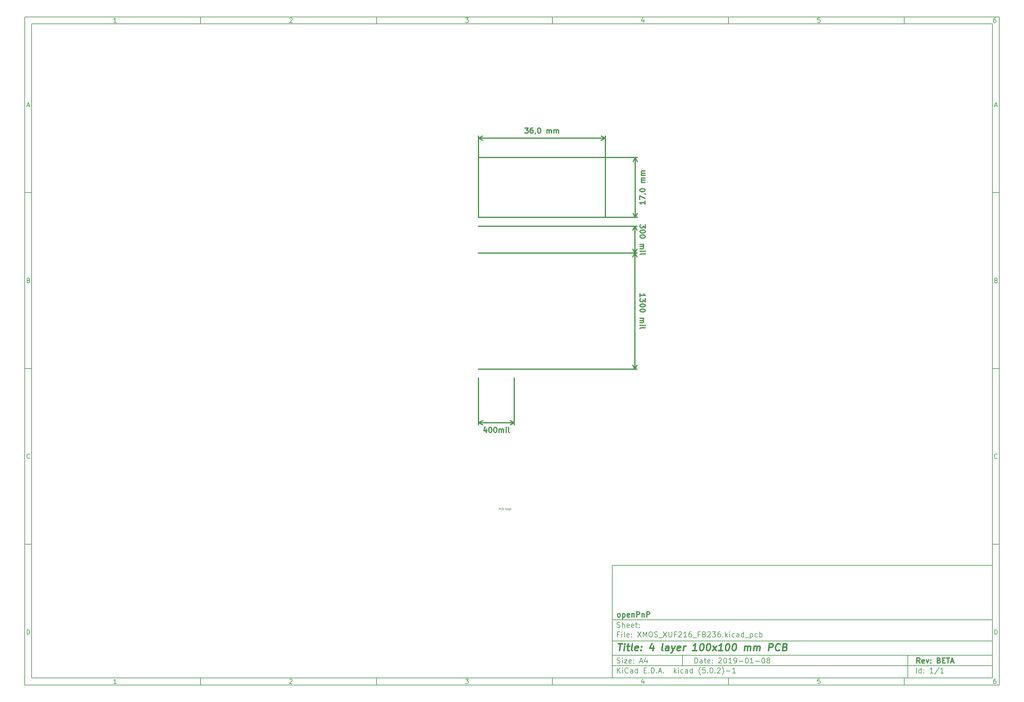
<source format=gbr>
G04 #@! TF.GenerationSoftware,KiCad,Pcbnew,(5.0.2)-1*
G04 #@! TF.CreationDate,2019-01-08T06:01:03+01:00*
G04 #@! TF.ProjectId,XMOS_XUF216_FB236,584d4f53-5f58-4554-9632-31365f464232,BETA*
G04 #@! TF.SameCoordinates,Original*
G04 #@! TF.FileFunction,Drawing*
%FSLAX46Y46*%
G04 Gerber Fmt 4.6, Leading zero omitted, Abs format (unit mm)*
G04 Created by KiCad (PCBNEW (5.0.2)-1) date 2019-01-08 06:01:03*
%MOMM*%
%LPD*%
G01*
G04 APERTURE LIST*
%ADD10C,0.100000*%
%ADD11C,0.150000*%
%ADD12C,0.300000*%
%ADD13C,0.400000*%
%ADD14C,0.080000*%
G04 APERTURE END LIST*
D10*
D11*
X177002200Y-166007200D02*
X177002200Y-198007200D01*
X285002200Y-198007200D01*
X285002200Y-166007200D01*
X177002200Y-166007200D01*
D10*
D11*
X10000000Y-10000000D02*
X10000000Y-200007200D01*
X287002200Y-200007200D01*
X287002200Y-10000000D01*
X10000000Y-10000000D01*
D10*
D11*
X12000000Y-12000000D02*
X12000000Y-198007200D01*
X285002200Y-198007200D01*
X285002200Y-12000000D01*
X12000000Y-12000000D01*
D10*
D11*
X60000000Y-12000000D02*
X60000000Y-10000000D01*
D10*
D11*
X110000000Y-12000000D02*
X110000000Y-10000000D01*
D10*
D11*
X160000000Y-12000000D02*
X160000000Y-10000000D01*
D10*
D11*
X210000000Y-12000000D02*
X210000000Y-10000000D01*
D10*
D11*
X260000000Y-12000000D02*
X260000000Y-10000000D01*
D10*
D11*
X36065476Y-11588095D02*
X35322619Y-11588095D01*
X35694047Y-11588095D02*
X35694047Y-10288095D01*
X35570238Y-10473809D01*
X35446428Y-10597619D01*
X35322619Y-10659523D01*
D10*
D11*
X85322619Y-10411904D02*
X85384523Y-10350000D01*
X85508333Y-10288095D01*
X85817857Y-10288095D01*
X85941666Y-10350000D01*
X86003571Y-10411904D01*
X86065476Y-10535714D01*
X86065476Y-10659523D01*
X86003571Y-10845238D01*
X85260714Y-11588095D01*
X86065476Y-11588095D01*
D10*
D11*
X135260714Y-10288095D02*
X136065476Y-10288095D01*
X135632142Y-10783333D01*
X135817857Y-10783333D01*
X135941666Y-10845238D01*
X136003571Y-10907142D01*
X136065476Y-11030952D01*
X136065476Y-11340476D01*
X136003571Y-11464285D01*
X135941666Y-11526190D01*
X135817857Y-11588095D01*
X135446428Y-11588095D01*
X135322619Y-11526190D01*
X135260714Y-11464285D01*
D10*
D11*
X185941666Y-10721428D02*
X185941666Y-11588095D01*
X185632142Y-10226190D02*
X185322619Y-11154761D01*
X186127380Y-11154761D01*
D10*
D11*
X236003571Y-10288095D02*
X235384523Y-10288095D01*
X235322619Y-10907142D01*
X235384523Y-10845238D01*
X235508333Y-10783333D01*
X235817857Y-10783333D01*
X235941666Y-10845238D01*
X236003571Y-10907142D01*
X236065476Y-11030952D01*
X236065476Y-11340476D01*
X236003571Y-11464285D01*
X235941666Y-11526190D01*
X235817857Y-11588095D01*
X235508333Y-11588095D01*
X235384523Y-11526190D01*
X235322619Y-11464285D01*
D10*
D11*
X285941666Y-10288095D02*
X285694047Y-10288095D01*
X285570238Y-10350000D01*
X285508333Y-10411904D01*
X285384523Y-10597619D01*
X285322619Y-10845238D01*
X285322619Y-11340476D01*
X285384523Y-11464285D01*
X285446428Y-11526190D01*
X285570238Y-11588095D01*
X285817857Y-11588095D01*
X285941666Y-11526190D01*
X286003571Y-11464285D01*
X286065476Y-11340476D01*
X286065476Y-11030952D01*
X286003571Y-10907142D01*
X285941666Y-10845238D01*
X285817857Y-10783333D01*
X285570238Y-10783333D01*
X285446428Y-10845238D01*
X285384523Y-10907142D01*
X285322619Y-11030952D01*
D10*
D11*
X60000000Y-198007200D02*
X60000000Y-200007200D01*
D10*
D11*
X110000000Y-198007200D02*
X110000000Y-200007200D01*
D10*
D11*
X160000000Y-198007200D02*
X160000000Y-200007200D01*
D10*
D11*
X210000000Y-198007200D02*
X210000000Y-200007200D01*
D10*
D11*
X260000000Y-198007200D02*
X260000000Y-200007200D01*
D10*
D11*
X36065476Y-199595295D02*
X35322619Y-199595295D01*
X35694047Y-199595295D02*
X35694047Y-198295295D01*
X35570238Y-198481009D01*
X35446428Y-198604819D01*
X35322619Y-198666723D01*
D10*
D11*
X85322619Y-198419104D02*
X85384523Y-198357200D01*
X85508333Y-198295295D01*
X85817857Y-198295295D01*
X85941666Y-198357200D01*
X86003571Y-198419104D01*
X86065476Y-198542914D01*
X86065476Y-198666723D01*
X86003571Y-198852438D01*
X85260714Y-199595295D01*
X86065476Y-199595295D01*
D10*
D11*
X135260714Y-198295295D02*
X136065476Y-198295295D01*
X135632142Y-198790533D01*
X135817857Y-198790533D01*
X135941666Y-198852438D01*
X136003571Y-198914342D01*
X136065476Y-199038152D01*
X136065476Y-199347676D01*
X136003571Y-199471485D01*
X135941666Y-199533390D01*
X135817857Y-199595295D01*
X135446428Y-199595295D01*
X135322619Y-199533390D01*
X135260714Y-199471485D01*
D10*
D11*
X185941666Y-198728628D02*
X185941666Y-199595295D01*
X185632142Y-198233390D02*
X185322619Y-199161961D01*
X186127380Y-199161961D01*
D10*
D11*
X236003571Y-198295295D02*
X235384523Y-198295295D01*
X235322619Y-198914342D01*
X235384523Y-198852438D01*
X235508333Y-198790533D01*
X235817857Y-198790533D01*
X235941666Y-198852438D01*
X236003571Y-198914342D01*
X236065476Y-199038152D01*
X236065476Y-199347676D01*
X236003571Y-199471485D01*
X235941666Y-199533390D01*
X235817857Y-199595295D01*
X235508333Y-199595295D01*
X235384523Y-199533390D01*
X235322619Y-199471485D01*
D10*
D11*
X285941666Y-198295295D02*
X285694047Y-198295295D01*
X285570238Y-198357200D01*
X285508333Y-198419104D01*
X285384523Y-198604819D01*
X285322619Y-198852438D01*
X285322619Y-199347676D01*
X285384523Y-199471485D01*
X285446428Y-199533390D01*
X285570238Y-199595295D01*
X285817857Y-199595295D01*
X285941666Y-199533390D01*
X286003571Y-199471485D01*
X286065476Y-199347676D01*
X286065476Y-199038152D01*
X286003571Y-198914342D01*
X285941666Y-198852438D01*
X285817857Y-198790533D01*
X285570238Y-198790533D01*
X285446428Y-198852438D01*
X285384523Y-198914342D01*
X285322619Y-199038152D01*
D10*
D11*
X10000000Y-60000000D02*
X12000000Y-60000000D01*
D10*
D11*
X10000000Y-110000000D02*
X12000000Y-110000000D01*
D10*
D11*
X10000000Y-160000000D02*
X12000000Y-160000000D01*
D10*
D11*
X10690476Y-35216666D02*
X11309523Y-35216666D01*
X10566666Y-35588095D02*
X11000000Y-34288095D01*
X11433333Y-35588095D01*
D10*
D11*
X11092857Y-84907142D02*
X11278571Y-84969047D01*
X11340476Y-85030952D01*
X11402380Y-85154761D01*
X11402380Y-85340476D01*
X11340476Y-85464285D01*
X11278571Y-85526190D01*
X11154761Y-85588095D01*
X10659523Y-85588095D01*
X10659523Y-84288095D01*
X11092857Y-84288095D01*
X11216666Y-84350000D01*
X11278571Y-84411904D01*
X11340476Y-84535714D01*
X11340476Y-84659523D01*
X11278571Y-84783333D01*
X11216666Y-84845238D01*
X11092857Y-84907142D01*
X10659523Y-84907142D01*
D10*
D11*
X11402380Y-135464285D02*
X11340476Y-135526190D01*
X11154761Y-135588095D01*
X11030952Y-135588095D01*
X10845238Y-135526190D01*
X10721428Y-135402380D01*
X10659523Y-135278571D01*
X10597619Y-135030952D01*
X10597619Y-134845238D01*
X10659523Y-134597619D01*
X10721428Y-134473809D01*
X10845238Y-134350000D01*
X11030952Y-134288095D01*
X11154761Y-134288095D01*
X11340476Y-134350000D01*
X11402380Y-134411904D01*
D10*
D11*
X10659523Y-185588095D02*
X10659523Y-184288095D01*
X10969047Y-184288095D01*
X11154761Y-184350000D01*
X11278571Y-184473809D01*
X11340476Y-184597619D01*
X11402380Y-184845238D01*
X11402380Y-185030952D01*
X11340476Y-185278571D01*
X11278571Y-185402380D01*
X11154761Y-185526190D01*
X10969047Y-185588095D01*
X10659523Y-185588095D01*
D10*
D11*
X287002200Y-60000000D02*
X285002200Y-60000000D01*
D10*
D11*
X287002200Y-110000000D02*
X285002200Y-110000000D01*
D10*
D11*
X287002200Y-160000000D02*
X285002200Y-160000000D01*
D10*
D11*
X285692676Y-35216666D02*
X286311723Y-35216666D01*
X285568866Y-35588095D02*
X286002200Y-34288095D01*
X286435533Y-35588095D01*
D10*
D11*
X286095057Y-84907142D02*
X286280771Y-84969047D01*
X286342676Y-85030952D01*
X286404580Y-85154761D01*
X286404580Y-85340476D01*
X286342676Y-85464285D01*
X286280771Y-85526190D01*
X286156961Y-85588095D01*
X285661723Y-85588095D01*
X285661723Y-84288095D01*
X286095057Y-84288095D01*
X286218866Y-84350000D01*
X286280771Y-84411904D01*
X286342676Y-84535714D01*
X286342676Y-84659523D01*
X286280771Y-84783333D01*
X286218866Y-84845238D01*
X286095057Y-84907142D01*
X285661723Y-84907142D01*
D10*
D11*
X286404580Y-135464285D02*
X286342676Y-135526190D01*
X286156961Y-135588095D01*
X286033152Y-135588095D01*
X285847438Y-135526190D01*
X285723628Y-135402380D01*
X285661723Y-135278571D01*
X285599819Y-135030952D01*
X285599819Y-134845238D01*
X285661723Y-134597619D01*
X285723628Y-134473809D01*
X285847438Y-134350000D01*
X286033152Y-134288095D01*
X286156961Y-134288095D01*
X286342676Y-134350000D01*
X286404580Y-134411904D01*
D10*
D11*
X285661723Y-185588095D02*
X285661723Y-184288095D01*
X285971247Y-184288095D01*
X286156961Y-184350000D01*
X286280771Y-184473809D01*
X286342676Y-184597619D01*
X286404580Y-184845238D01*
X286404580Y-185030952D01*
X286342676Y-185278571D01*
X286280771Y-185402380D01*
X286156961Y-185526190D01*
X285971247Y-185588095D01*
X285661723Y-185588095D01*
D10*
D11*
X200434342Y-193785771D02*
X200434342Y-192285771D01*
X200791485Y-192285771D01*
X201005771Y-192357200D01*
X201148628Y-192500057D01*
X201220057Y-192642914D01*
X201291485Y-192928628D01*
X201291485Y-193142914D01*
X201220057Y-193428628D01*
X201148628Y-193571485D01*
X201005771Y-193714342D01*
X200791485Y-193785771D01*
X200434342Y-193785771D01*
X202577200Y-193785771D02*
X202577200Y-193000057D01*
X202505771Y-192857200D01*
X202362914Y-192785771D01*
X202077200Y-192785771D01*
X201934342Y-192857200D01*
X202577200Y-193714342D02*
X202434342Y-193785771D01*
X202077200Y-193785771D01*
X201934342Y-193714342D01*
X201862914Y-193571485D01*
X201862914Y-193428628D01*
X201934342Y-193285771D01*
X202077200Y-193214342D01*
X202434342Y-193214342D01*
X202577200Y-193142914D01*
X203077200Y-192785771D02*
X203648628Y-192785771D01*
X203291485Y-192285771D02*
X203291485Y-193571485D01*
X203362914Y-193714342D01*
X203505771Y-193785771D01*
X203648628Y-193785771D01*
X204720057Y-193714342D02*
X204577200Y-193785771D01*
X204291485Y-193785771D01*
X204148628Y-193714342D01*
X204077200Y-193571485D01*
X204077200Y-193000057D01*
X204148628Y-192857200D01*
X204291485Y-192785771D01*
X204577200Y-192785771D01*
X204720057Y-192857200D01*
X204791485Y-193000057D01*
X204791485Y-193142914D01*
X204077200Y-193285771D01*
X205434342Y-193642914D02*
X205505771Y-193714342D01*
X205434342Y-193785771D01*
X205362914Y-193714342D01*
X205434342Y-193642914D01*
X205434342Y-193785771D01*
X205434342Y-192857200D02*
X205505771Y-192928628D01*
X205434342Y-193000057D01*
X205362914Y-192928628D01*
X205434342Y-192857200D01*
X205434342Y-193000057D01*
X207220057Y-192428628D02*
X207291485Y-192357200D01*
X207434342Y-192285771D01*
X207791485Y-192285771D01*
X207934342Y-192357200D01*
X208005771Y-192428628D01*
X208077200Y-192571485D01*
X208077200Y-192714342D01*
X208005771Y-192928628D01*
X207148628Y-193785771D01*
X208077200Y-193785771D01*
X209005771Y-192285771D02*
X209148628Y-192285771D01*
X209291485Y-192357200D01*
X209362914Y-192428628D01*
X209434342Y-192571485D01*
X209505771Y-192857200D01*
X209505771Y-193214342D01*
X209434342Y-193500057D01*
X209362914Y-193642914D01*
X209291485Y-193714342D01*
X209148628Y-193785771D01*
X209005771Y-193785771D01*
X208862914Y-193714342D01*
X208791485Y-193642914D01*
X208720057Y-193500057D01*
X208648628Y-193214342D01*
X208648628Y-192857200D01*
X208720057Y-192571485D01*
X208791485Y-192428628D01*
X208862914Y-192357200D01*
X209005771Y-192285771D01*
X210934342Y-193785771D02*
X210077200Y-193785771D01*
X210505771Y-193785771D02*
X210505771Y-192285771D01*
X210362914Y-192500057D01*
X210220057Y-192642914D01*
X210077200Y-192714342D01*
X211648628Y-193785771D02*
X211934342Y-193785771D01*
X212077200Y-193714342D01*
X212148628Y-193642914D01*
X212291485Y-193428628D01*
X212362914Y-193142914D01*
X212362914Y-192571485D01*
X212291485Y-192428628D01*
X212220057Y-192357200D01*
X212077200Y-192285771D01*
X211791485Y-192285771D01*
X211648628Y-192357200D01*
X211577200Y-192428628D01*
X211505771Y-192571485D01*
X211505771Y-192928628D01*
X211577200Y-193071485D01*
X211648628Y-193142914D01*
X211791485Y-193214342D01*
X212077200Y-193214342D01*
X212220057Y-193142914D01*
X212291485Y-193071485D01*
X212362914Y-192928628D01*
X213005771Y-193214342D02*
X214148628Y-193214342D01*
X215148628Y-192285771D02*
X215291485Y-192285771D01*
X215434342Y-192357200D01*
X215505771Y-192428628D01*
X215577200Y-192571485D01*
X215648628Y-192857200D01*
X215648628Y-193214342D01*
X215577200Y-193500057D01*
X215505771Y-193642914D01*
X215434342Y-193714342D01*
X215291485Y-193785771D01*
X215148628Y-193785771D01*
X215005771Y-193714342D01*
X214934342Y-193642914D01*
X214862914Y-193500057D01*
X214791485Y-193214342D01*
X214791485Y-192857200D01*
X214862914Y-192571485D01*
X214934342Y-192428628D01*
X215005771Y-192357200D01*
X215148628Y-192285771D01*
X217077200Y-193785771D02*
X216220057Y-193785771D01*
X216648628Y-193785771D02*
X216648628Y-192285771D01*
X216505771Y-192500057D01*
X216362914Y-192642914D01*
X216220057Y-192714342D01*
X217720057Y-193214342D02*
X218862914Y-193214342D01*
X219862914Y-192285771D02*
X220005771Y-192285771D01*
X220148628Y-192357200D01*
X220220057Y-192428628D01*
X220291485Y-192571485D01*
X220362914Y-192857200D01*
X220362914Y-193214342D01*
X220291485Y-193500057D01*
X220220057Y-193642914D01*
X220148628Y-193714342D01*
X220005771Y-193785771D01*
X219862914Y-193785771D01*
X219720057Y-193714342D01*
X219648628Y-193642914D01*
X219577200Y-193500057D01*
X219505771Y-193214342D01*
X219505771Y-192857200D01*
X219577200Y-192571485D01*
X219648628Y-192428628D01*
X219720057Y-192357200D01*
X219862914Y-192285771D01*
X221220057Y-192928628D02*
X221077200Y-192857200D01*
X221005771Y-192785771D01*
X220934342Y-192642914D01*
X220934342Y-192571485D01*
X221005771Y-192428628D01*
X221077200Y-192357200D01*
X221220057Y-192285771D01*
X221505771Y-192285771D01*
X221648628Y-192357200D01*
X221720057Y-192428628D01*
X221791485Y-192571485D01*
X221791485Y-192642914D01*
X221720057Y-192785771D01*
X221648628Y-192857200D01*
X221505771Y-192928628D01*
X221220057Y-192928628D01*
X221077200Y-193000057D01*
X221005771Y-193071485D01*
X220934342Y-193214342D01*
X220934342Y-193500057D01*
X221005771Y-193642914D01*
X221077200Y-193714342D01*
X221220057Y-193785771D01*
X221505771Y-193785771D01*
X221648628Y-193714342D01*
X221720057Y-193642914D01*
X221791485Y-193500057D01*
X221791485Y-193214342D01*
X221720057Y-193071485D01*
X221648628Y-193000057D01*
X221505771Y-192928628D01*
D10*
D11*
X177002200Y-194507200D02*
X285002200Y-194507200D01*
D10*
D11*
X178434342Y-196585771D02*
X178434342Y-195085771D01*
X179291485Y-196585771D02*
X178648628Y-195728628D01*
X179291485Y-195085771D02*
X178434342Y-195942914D01*
X179934342Y-196585771D02*
X179934342Y-195585771D01*
X179934342Y-195085771D02*
X179862914Y-195157200D01*
X179934342Y-195228628D01*
X180005771Y-195157200D01*
X179934342Y-195085771D01*
X179934342Y-195228628D01*
X181505771Y-196442914D02*
X181434342Y-196514342D01*
X181220057Y-196585771D01*
X181077200Y-196585771D01*
X180862914Y-196514342D01*
X180720057Y-196371485D01*
X180648628Y-196228628D01*
X180577200Y-195942914D01*
X180577200Y-195728628D01*
X180648628Y-195442914D01*
X180720057Y-195300057D01*
X180862914Y-195157200D01*
X181077200Y-195085771D01*
X181220057Y-195085771D01*
X181434342Y-195157200D01*
X181505771Y-195228628D01*
X182791485Y-196585771D02*
X182791485Y-195800057D01*
X182720057Y-195657200D01*
X182577200Y-195585771D01*
X182291485Y-195585771D01*
X182148628Y-195657200D01*
X182791485Y-196514342D02*
X182648628Y-196585771D01*
X182291485Y-196585771D01*
X182148628Y-196514342D01*
X182077200Y-196371485D01*
X182077200Y-196228628D01*
X182148628Y-196085771D01*
X182291485Y-196014342D01*
X182648628Y-196014342D01*
X182791485Y-195942914D01*
X184148628Y-196585771D02*
X184148628Y-195085771D01*
X184148628Y-196514342D02*
X184005771Y-196585771D01*
X183720057Y-196585771D01*
X183577200Y-196514342D01*
X183505771Y-196442914D01*
X183434342Y-196300057D01*
X183434342Y-195871485D01*
X183505771Y-195728628D01*
X183577200Y-195657200D01*
X183720057Y-195585771D01*
X184005771Y-195585771D01*
X184148628Y-195657200D01*
X186005771Y-195800057D02*
X186505771Y-195800057D01*
X186720057Y-196585771D02*
X186005771Y-196585771D01*
X186005771Y-195085771D01*
X186720057Y-195085771D01*
X187362914Y-196442914D02*
X187434342Y-196514342D01*
X187362914Y-196585771D01*
X187291485Y-196514342D01*
X187362914Y-196442914D01*
X187362914Y-196585771D01*
X188077200Y-196585771D02*
X188077200Y-195085771D01*
X188434342Y-195085771D01*
X188648628Y-195157200D01*
X188791485Y-195300057D01*
X188862914Y-195442914D01*
X188934342Y-195728628D01*
X188934342Y-195942914D01*
X188862914Y-196228628D01*
X188791485Y-196371485D01*
X188648628Y-196514342D01*
X188434342Y-196585771D01*
X188077200Y-196585771D01*
X189577200Y-196442914D02*
X189648628Y-196514342D01*
X189577200Y-196585771D01*
X189505771Y-196514342D01*
X189577200Y-196442914D01*
X189577200Y-196585771D01*
X190220057Y-196157200D02*
X190934342Y-196157200D01*
X190077200Y-196585771D02*
X190577200Y-195085771D01*
X191077200Y-196585771D01*
X191577200Y-196442914D02*
X191648628Y-196514342D01*
X191577200Y-196585771D01*
X191505771Y-196514342D01*
X191577200Y-196442914D01*
X191577200Y-196585771D01*
X194577200Y-196585771D02*
X194577200Y-195085771D01*
X194720057Y-196014342D02*
X195148628Y-196585771D01*
X195148628Y-195585771D02*
X194577200Y-196157200D01*
X195791485Y-196585771D02*
X195791485Y-195585771D01*
X195791485Y-195085771D02*
X195720057Y-195157200D01*
X195791485Y-195228628D01*
X195862914Y-195157200D01*
X195791485Y-195085771D01*
X195791485Y-195228628D01*
X197148628Y-196514342D02*
X197005771Y-196585771D01*
X196720057Y-196585771D01*
X196577200Y-196514342D01*
X196505771Y-196442914D01*
X196434342Y-196300057D01*
X196434342Y-195871485D01*
X196505771Y-195728628D01*
X196577200Y-195657200D01*
X196720057Y-195585771D01*
X197005771Y-195585771D01*
X197148628Y-195657200D01*
X198434342Y-196585771D02*
X198434342Y-195800057D01*
X198362914Y-195657200D01*
X198220057Y-195585771D01*
X197934342Y-195585771D01*
X197791485Y-195657200D01*
X198434342Y-196514342D02*
X198291485Y-196585771D01*
X197934342Y-196585771D01*
X197791485Y-196514342D01*
X197720057Y-196371485D01*
X197720057Y-196228628D01*
X197791485Y-196085771D01*
X197934342Y-196014342D01*
X198291485Y-196014342D01*
X198434342Y-195942914D01*
X199791485Y-196585771D02*
X199791485Y-195085771D01*
X199791485Y-196514342D02*
X199648628Y-196585771D01*
X199362914Y-196585771D01*
X199220057Y-196514342D01*
X199148628Y-196442914D01*
X199077200Y-196300057D01*
X199077200Y-195871485D01*
X199148628Y-195728628D01*
X199220057Y-195657200D01*
X199362914Y-195585771D01*
X199648628Y-195585771D01*
X199791485Y-195657200D01*
X202077200Y-197157200D02*
X202005771Y-197085771D01*
X201862914Y-196871485D01*
X201791485Y-196728628D01*
X201720057Y-196514342D01*
X201648628Y-196157200D01*
X201648628Y-195871485D01*
X201720057Y-195514342D01*
X201791485Y-195300057D01*
X201862914Y-195157200D01*
X202005771Y-194942914D01*
X202077200Y-194871485D01*
X203362914Y-195085771D02*
X202648628Y-195085771D01*
X202577200Y-195800057D01*
X202648628Y-195728628D01*
X202791485Y-195657200D01*
X203148628Y-195657200D01*
X203291485Y-195728628D01*
X203362914Y-195800057D01*
X203434342Y-195942914D01*
X203434342Y-196300057D01*
X203362914Y-196442914D01*
X203291485Y-196514342D01*
X203148628Y-196585771D01*
X202791485Y-196585771D01*
X202648628Y-196514342D01*
X202577200Y-196442914D01*
X204077200Y-196442914D02*
X204148628Y-196514342D01*
X204077200Y-196585771D01*
X204005771Y-196514342D01*
X204077200Y-196442914D01*
X204077200Y-196585771D01*
X205077200Y-195085771D02*
X205220057Y-195085771D01*
X205362914Y-195157200D01*
X205434342Y-195228628D01*
X205505771Y-195371485D01*
X205577200Y-195657200D01*
X205577200Y-196014342D01*
X205505771Y-196300057D01*
X205434342Y-196442914D01*
X205362914Y-196514342D01*
X205220057Y-196585771D01*
X205077200Y-196585771D01*
X204934342Y-196514342D01*
X204862914Y-196442914D01*
X204791485Y-196300057D01*
X204720057Y-196014342D01*
X204720057Y-195657200D01*
X204791485Y-195371485D01*
X204862914Y-195228628D01*
X204934342Y-195157200D01*
X205077200Y-195085771D01*
X206220057Y-196442914D02*
X206291485Y-196514342D01*
X206220057Y-196585771D01*
X206148628Y-196514342D01*
X206220057Y-196442914D01*
X206220057Y-196585771D01*
X206862914Y-195228628D02*
X206934342Y-195157200D01*
X207077200Y-195085771D01*
X207434342Y-195085771D01*
X207577200Y-195157200D01*
X207648628Y-195228628D01*
X207720057Y-195371485D01*
X207720057Y-195514342D01*
X207648628Y-195728628D01*
X206791485Y-196585771D01*
X207720057Y-196585771D01*
X208220057Y-197157200D02*
X208291485Y-197085771D01*
X208434342Y-196871485D01*
X208505771Y-196728628D01*
X208577200Y-196514342D01*
X208648628Y-196157200D01*
X208648628Y-195871485D01*
X208577200Y-195514342D01*
X208505771Y-195300057D01*
X208434342Y-195157200D01*
X208291485Y-194942914D01*
X208220057Y-194871485D01*
X209362914Y-196014342D02*
X210505771Y-196014342D01*
X212005771Y-196585771D02*
X211148628Y-196585771D01*
X211577200Y-196585771D02*
X211577200Y-195085771D01*
X211434342Y-195300057D01*
X211291485Y-195442914D01*
X211148628Y-195514342D01*
D10*
D11*
X177002200Y-191507200D02*
X285002200Y-191507200D01*
D10*
D12*
X264411485Y-193785771D02*
X263911485Y-193071485D01*
X263554342Y-193785771D02*
X263554342Y-192285771D01*
X264125771Y-192285771D01*
X264268628Y-192357200D01*
X264340057Y-192428628D01*
X264411485Y-192571485D01*
X264411485Y-192785771D01*
X264340057Y-192928628D01*
X264268628Y-193000057D01*
X264125771Y-193071485D01*
X263554342Y-193071485D01*
X265625771Y-193714342D02*
X265482914Y-193785771D01*
X265197200Y-193785771D01*
X265054342Y-193714342D01*
X264982914Y-193571485D01*
X264982914Y-193000057D01*
X265054342Y-192857200D01*
X265197200Y-192785771D01*
X265482914Y-192785771D01*
X265625771Y-192857200D01*
X265697200Y-193000057D01*
X265697200Y-193142914D01*
X264982914Y-193285771D01*
X266197200Y-192785771D02*
X266554342Y-193785771D01*
X266911485Y-192785771D01*
X267482914Y-193642914D02*
X267554342Y-193714342D01*
X267482914Y-193785771D01*
X267411485Y-193714342D01*
X267482914Y-193642914D01*
X267482914Y-193785771D01*
X267482914Y-192857200D02*
X267554342Y-192928628D01*
X267482914Y-193000057D01*
X267411485Y-192928628D01*
X267482914Y-192857200D01*
X267482914Y-193000057D01*
X269840057Y-193000057D02*
X270054342Y-193071485D01*
X270125771Y-193142914D01*
X270197200Y-193285771D01*
X270197200Y-193500057D01*
X270125771Y-193642914D01*
X270054342Y-193714342D01*
X269911485Y-193785771D01*
X269340057Y-193785771D01*
X269340057Y-192285771D01*
X269840057Y-192285771D01*
X269982914Y-192357200D01*
X270054342Y-192428628D01*
X270125771Y-192571485D01*
X270125771Y-192714342D01*
X270054342Y-192857200D01*
X269982914Y-192928628D01*
X269840057Y-193000057D01*
X269340057Y-193000057D01*
X270840057Y-193000057D02*
X271340057Y-193000057D01*
X271554342Y-193785771D02*
X270840057Y-193785771D01*
X270840057Y-192285771D01*
X271554342Y-192285771D01*
X271982914Y-192285771D02*
X272840057Y-192285771D01*
X272411485Y-193785771D02*
X272411485Y-192285771D01*
X273268628Y-193357200D02*
X273982914Y-193357200D01*
X273125771Y-193785771D02*
X273625771Y-192285771D01*
X274125771Y-193785771D01*
D10*
D11*
X178362914Y-193714342D02*
X178577200Y-193785771D01*
X178934342Y-193785771D01*
X179077200Y-193714342D01*
X179148628Y-193642914D01*
X179220057Y-193500057D01*
X179220057Y-193357200D01*
X179148628Y-193214342D01*
X179077200Y-193142914D01*
X178934342Y-193071485D01*
X178648628Y-193000057D01*
X178505771Y-192928628D01*
X178434342Y-192857200D01*
X178362914Y-192714342D01*
X178362914Y-192571485D01*
X178434342Y-192428628D01*
X178505771Y-192357200D01*
X178648628Y-192285771D01*
X179005771Y-192285771D01*
X179220057Y-192357200D01*
X179862914Y-193785771D02*
X179862914Y-192785771D01*
X179862914Y-192285771D02*
X179791485Y-192357200D01*
X179862914Y-192428628D01*
X179934342Y-192357200D01*
X179862914Y-192285771D01*
X179862914Y-192428628D01*
X180434342Y-192785771D02*
X181220057Y-192785771D01*
X180434342Y-193785771D01*
X181220057Y-193785771D01*
X182362914Y-193714342D02*
X182220057Y-193785771D01*
X181934342Y-193785771D01*
X181791485Y-193714342D01*
X181720057Y-193571485D01*
X181720057Y-193000057D01*
X181791485Y-192857200D01*
X181934342Y-192785771D01*
X182220057Y-192785771D01*
X182362914Y-192857200D01*
X182434342Y-193000057D01*
X182434342Y-193142914D01*
X181720057Y-193285771D01*
X183077200Y-193642914D02*
X183148628Y-193714342D01*
X183077200Y-193785771D01*
X183005771Y-193714342D01*
X183077200Y-193642914D01*
X183077200Y-193785771D01*
X183077200Y-192857200D02*
X183148628Y-192928628D01*
X183077200Y-193000057D01*
X183005771Y-192928628D01*
X183077200Y-192857200D01*
X183077200Y-193000057D01*
X184862914Y-193357200D02*
X185577200Y-193357200D01*
X184720057Y-193785771D02*
X185220057Y-192285771D01*
X185720057Y-193785771D01*
X186862914Y-192785771D02*
X186862914Y-193785771D01*
X186505771Y-192214342D02*
X186148628Y-193285771D01*
X187077200Y-193285771D01*
D10*
D11*
X263434342Y-196585771D02*
X263434342Y-195085771D01*
X264791485Y-196585771D02*
X264791485Y-195085771D01*
X264791485Y-196514342D02*
X264648628Y-196585771D01*
X264362914Y-196585771D01*
X264220057Y-196514342D01*
X264148628Y-196442914D01*
X264077200Y-196300057D01*
X264077200Y-195871485D01*
X264148628Y-195728628D01*
X264220057Y-195657200D01*
X264362914Y-195585771D01*
X264648628Y-195585771D01*
X264791485Y-195657200D01*
X265505771Y-196442914D02*
X265577200Y-196514342D01*
X265505771Y-196585771D01*
X265434342Y-196514342D01*
X265505771Y-196442914D01*
X265505771Y-196585771D01*
X265505771Y-195657200D02*
X265577200Y-195728628D01*
X265505771Y-195800057D01*
X265434342Y-195728628D01*
X265505771Y-195657200D01*
X265505771Y-195800057D01*
X268148628Y-196585771D02*
X267291485Y-196585771D01*
X267720057Y-196585771D02*
X267720057Y-195085771D01*
X267577200Y-195300057D01*
X267434342Y-195442914D01*
X267291485Y-195514342D01*
X269862914Y-195014342D02*
X268577200Y-196942914D01*
X271148628Y-196585771D02*
X270291485Y-196585771D01*
X270720057Y-196585771D02*
X270720057Y-195085771D01*
X270577200Y-195300057D01*
X270434342Y-195442914D01*
X270291485Y-195514342D01*
D10*
D11*
X177002200Y-187507200D02*
X285002200Y-187507200D01*
D10*
D13*
X178714580Y-188211961D02*
X179857438Y-188211961D01*
X179036009Y-190211961D02*
X179286009Y-188211961D01*
X180274104Y-190211961D02*
X180440771Y-188878628D01*
X180524104Y-188211961D02*
X180416961Y-188307200D01*
X180500295Y-188402438D01*
X180607438Y-188307200D01*
X180524104Y-188211961D01*
X180500295Y-188402438D01*
X181107438Y-188878628D02*
X181869342Y-188878628D01*
X181476485Y-188211961D02*
X181262200Y-189926247D01*
X181333628Y-190116723D01*
X181512200Y-190211961D01*
X181702676Y-190211961D01*
X182655057Y-190211961D02*
X182476485Y-190116723D01*
X182405057Y-189926247D01*
X182619342Y-188211961D01*
X184190771Y-190116723D02*
X183988390Y-190211961D01*
X183607438Y-190211961D01*
X183428866Y-190116723D01*
X183357438Y-189926247D01*
X183452676Y-189164342D01*
X183571723Y-188973866D01*
X183774104Y-188878628D01*
X184155057Y-188878628D01*
X184333628Y-188973866D01*
X184405057Y-189164342D01*
X184381247Y-189354819D01*
X183405057Y-189545295D01*
X185155057Y-190021485D02*
X185238390Y-190116723D01*
X185131247Y-190211961D01*
X185047914Y-190116723D01*
X185155057Y-190021485D01*
X185131247Y-190211961D01*
X185286009Y-188973866D02*
X185369342Y-189069104D01*
X185262200Y-189164342D01*
X185178866Y-189069104D01*
X185286009Y-188973866D01*
X185262200Y-189164342D01*
X188631247Y-188878628D02*
X188464580Y-190211961D01*
X188250295Y-188116723D02*
X187595533Y-189545295D01*
X188833628Y-189545295D01*
X191321723Y-190211961D02*
X191143152Y-190116723D01*
X191071723Y-189926247D01*
X191286009Y-188211961D01*
X192940771Y-190211961D02*
X193071723Y-189164342D01*
X193000295Y-188973866D01*
X192821723Y-188878628D01*
X192440771Y-188878628D01*
X192238390Y-188973866D01*
X192952676Y-190116723D02*
X192750295Y-190211961D01*
X192274104Y-190211961D01*
X192095533Y-190116723D01*
X192024104Y-189926247D01*
X192047914Y-189735771D01*
X192166961Y-189545295D01*
X192369342Y-189450057D01*
X192845533Y-189450057D01*
X193047914Y-189354819D01*
X193869342Y-188878628D02*
X194178866Y-190211961D01*
X194821723Y-188878628D02*
X194178866Y-190211961D01*
X193928866Y-190688152D01*
X193821723Y-190783390D01*
X193619342Y-190878628D01*
X196190771Y-190116723D02*
X195988390Y-190211961D01*
X195607438Y-190211961D01*
X195428866Y-190116723D01*
X195357438Y-189926247D01*
X195452676Y-189164342D01*
X195571723Y-188973866D01*
X195774104Y-188878628D01*
X196155057Y-188878628D01*
X196333628Y-188973866D01*
X196405057Y-189164342D01*
X196381247Y-189354819D01*
X195405057Y-189545295D01*
X197131247Y-190211961D02*
X197297914Y-188878628D01*
X197250295Y-189259580D02*
X197369342Y-189069104D01*
X197476485Y-188973866D01*
X197678866Y-188878628D01*
X197869342Y-188878628D01*
X200940771Y-190211961D02*
X199797914Y-190211961D01*
X200369342Y-190211961D02*
X200619342Y-188211961D01*
X200393152Y-188497676D01*
X200178866Y-188688152D01*
X199976485Y-188783390D01*
X202428866Y-188211961D02*
X202619342Y-188211961D01*
X202797914Y-188307200D01*
X202881247Y-188402438D01*
X202952676Y-188592914D01*
X203000295Y-188973866D01*
X202940771Y-189450057D01*
X202797914Y-189831009D01*
X202678866Y-190021485D01*
X202571723Y-190116723D01*
X202369342Y-190211961D01*
X202178866Y-190211961D01*
X202000295Y-190116723D01*
X201916961Y-190021485D01*
X201845533Y-189831009D01*
X201797914Y-189450057D01*
X201857438Y-188973866D01*
X202000295Y-188592914D01*
X202119342Y-188402438D01*
X202226485Y-188307200D01*
X202428866Y-188211961D01*
X204333628Y-188211961D02*
X204524104Y-188211961D01*
X204702676Y-188307200D01*
X204786009Y-188402438D01*
X204857438Y-188592914D01*
X204905057Y-188973866D01*
X204845533Y-189450057D01*
X204702676Y-189831009D01*
X204583628Y-190021485D01*
X204476485Y-190116723D01*
X204274104Y-190211961D01*
X204083628Y-190211961D01*
X203905057Y-190116723D01*
X203821723Y-190021485D01*
X203750295Y-189831009D01*
X203702676Y-189450057D01*
X203762200Y-188973866D01*
X203905057Y-188592914D01*
X204024104Y-188402438D01*
X204131247Y-188307200D01*
X204333628Y-188211961D01*
X205416961Y-190211961D02*
X206631247Y-188878628D01*
X205583628Y-188878628D02*
X206464580Y-190211961D01*
X208274104Y-190211961D02*
X207131247Y-190211961D01*
X207702676Y-190211961D02*
X207952676Y-188211961D01*
X207726485Y-188497676D01*
X207512200Y-188688152D01*
X207309819Y-188783390D01*
X209762200Y-188211961D02*
X209952676Y-188211961D01*
X210131247Y-188307200D01*
X210214580Y-188402438D01*
X210286009Y-188592914D01*
X210333628Y-188973866D01*
X210274104Y-189450057D01*
X210131247Y-189831009D01*
X210012200Y-190021485D01*
X209905057Y-190116723D01*
X209702676Y-190211961D01*
X209512200Y-190211961D01*
X209333628Y-190116723D01*
X209250295Y-190021485D01*
X209178866Y-189831009D01*
X209131247Y-189450057D01*
X209190771Y-188973866D01*
X209333628Y-188592914D01*
X209452676Y-188402438D01*
X209559819Y-188307200D01*
X209762200Y-188211961D01*
X211666961Y-188211961D02*
X211857438Y-188211961D01*
X212036009Y-188307200D01*
X212119342Y-188402438D01*
X212190771Y-188592914D01*
X212238390Y-188973866D01*
X212178866Y-189450057D01*
X212036009Y-189831009D01*
X211916961Y-190021485D01*
X211809819Y-190116723D01*
X211607438Y-190211961D01*
X211416961Y-190211961D01*
X211238390Y-190116723D01*
X211155057Y-190021485D01*
X211083628Y-189831009D01*
X211036009Y-189450057D01*
X211095533Y-188973866D01*
X211238390Y-188592914D01*
X211357438Y-188402438D01*
X211464580Y-188307200D01*
X211666961Y-188211961D01*
X214464580Y-190211961D02*
X214631247Y-188878628D01*
X214607438Y-189069104D02*
X214714580Y-188973866D01*
X214916961Y-188878628D01*
X215202676Y-188878628D01*
X215381247Y-188973866D01*
X215452676Y-189164342D01*
X215321723Y-190211961D01*
X215452676Y-189164342D02*
X215571723Y-188973866D01*
X215774104Y-188878628D01*
X216059819Y-188878628D01*
X216238390Y-188973866D01*
X216309819Y-189164342D01*
X216178866Y-190211961D01*
X217131247Y-190211961D02*
X217297914Y-188878628D01*
X217274104Y-189069104D02*
X217381247Y-188973866D01*
X217583628Y-188878628D01*
X217869342Y-188878628D01*
X218047914Y-188973866D01*
X218119342Y-189164342D01*
X217988390Y-190211961D01*
X218119342Y-189164342D02*
X218238390Y-188973866D01*
X218440771Y-188878628D01*
X218726485Y-188878628D01*
X218905057Y-188973866D01*
X218976485Y-189164342D01*
X218845533Y-190211961D01*
X221321723Y-190211961D02*
X221571723Y-188211961D01*
X222333628Y-188211961D01*
X222512199Y-188307200D01*
X222595533Y-188402438D01*
X222666961Y-188592914D01*
X222631247Y-188878628D01*
X222512199Y-189069104D01*
X222405057Y-189164342D01*
X222202676Y-189259580D01*
X221440771Y-189259580D01*
X224488390Y-190021485D02*
X224381247Y-190116723D01*
X224083628Y-190211961D01*
X223893152Y-190211961D01*
X223619342Y-190116723D01*
X223452676Y-189926247D01*
X223381247Y-189735771D01*
X223333628Y-189354819D01*
X223369342Y-189069104D01*
X223512200Y-188688152D01*
X223631247Y-188497676D01*
X223845533Y-188307200D01*
X224143152Y-188211961D01*
X224333628Y-188211961D01*
X224607438Y-188307200D01*
X224690771Y-188402438D01*
X226119342Y-189164342D02*
X226393152Y-189259580D01*
X226476485Y-189354819D01*
X226547914Y-189545295D01*
X226512199Y-189831009D01*
X226393152Y-190021485D01*
X226286009Y-190116723D01*
X226083628Y-190211961D01*
X225321723Y-190211961D01*
X225571723Y-188211961D01*
X226238390Y-188211961D01*
X226416961Y-188307200D01*
X226500295Y-188402438D01*
X226571723Y-188592914D01*
X226547914Y-188783390D01*
X226428866Y-188973866D01*
X226321723Y-189069104D01*
X226119342Y-189164342D01*
X225452676Y-189164342D01*
D10*
D11*
X178934342Y-185600057D02*
X178434342Y-185600057D01*
X178434342Y-186385771D02*
X178434342Y-184885771D01*
X179148628Y-184885771D01*
X179720057Y-186385771D02*
X179720057Y-185385771D01*
X179720057Y-184885771D02*
X179648628Y-184957200D01*
X179720057Y-185028628D01*
X179791485Y-184957200D01*
X179720057Y-184885771D01*
X179720057Y-185028628D01*
X180648628Y-186385771D02*
X180505771Y-186314342D01*
X180434342Y-186171485D01*
X180434342Y-184885771D01*
X181791485Y-186314342D02*
X181648628Y-186385771D01*
X181362914Y-186385771D01*
X181220057Y-186314342D01*
X181148628Y-186171485D01*
X181148628Y-185600057D01*
X181220057Y-185457200D01*
X181362914Y-185385771D01*
X181648628Y-185385771D01*
X181791485Y-185457200D01*
X181862914Y-185600057D01*
X181862914Y-185742914D01*
X181148628Y-185885771D01*
X182505771Y-186242914D02*
X182577200Y-186314342D01*
X182505771Y-186385771D01*
X182434342Y-186314342D01*
X182505771Y-186242914D01*
X182505771Y-186385771D01*
X182505771Y-185457200D02*
X182577200Y-185528628D01*
X182505771Y-185600057D01*
X182434342Y-185528628D01*
X182505771Y-185457200D01*
X182505771Y-185600057D01*
X184220057Y-184885771D02*
X185220057Y-186385771D01*
X185220057Y-184885771D02*
X184220057Y-186385771D01*
X185791485Y-186385771D02*
X185791485Y-184885771D01*
X186291485Y-185957200D01*
X186791485Y-184885771D01*
X186791485Y-186385771D01*
X187791485Y-184885771D02*
X188077200Y-184885771D01*
X188220057Y-184957200D01*
X188362914Y-185100057D01*
X188434342Y-185385771D01*
X188434342Y-185885771D01*
X188362914Y-186171485D01*
X188220057Y-186314342D01*
X188077200Y-186385771D01*
X187791485Y-186385771D01*
X187648628Y-186314342D01*
X187505771Y-186171485D01*
X187434342Y-185885771D01*
X187434342Y-185385771D01*
X187505771Y-185100057D01*
X187648628Y-184957200D01*
X187791485Y-184885771D01*
X189005771Y-186314342D02*
X189220057Y-186385771D01*
X189577200Y-186385771D01*
X189720057Y-186314342D01*
X189791485Y-186242914D01*
X189862914Y-186100057D01*
X189862914Y-185957200D01*
X189791485Y-185814342D01*
X189720057Y-185742914D01*
X189577200Y-185671485D01*
X189291485Y-185600057D01*
X189148628Y-185528628D01*
X189077200Y-185457200D01*
X189005771Y-185314342D01*
X189005771Y-185171485D01*
X189077200Y-185028628D01*
X189148628Y-184957200D01*
X189291485Y-184885771D01*
X189648628Y-184885771D01*
X189862914Y-184957200D01*
X190148628Y-186528628D02*
X191291485Y-186528628D01*
X191505771Y-184885771D02*
X192505771Y-186385771D01*
X192505771Y-184885771D02*
X191505771Y-186385771D01*
X193077200Y-184885771D02*
X193077200Y-186100057D01*
X193148628Y-186242914D01*
X193220057Y-186314342D01*
X193362914Y-186385771D01*
X193648628Y-186385771D01*
X193791485Y-186314342D01*
X193862914Y-186242914D01*
X193934342Y-186100057D01*
X193934342Y-184885771D01*
X195148628Y-185600057D02*
X194648628Y-185600057D01*
X194648628Y-186385771D02*
X194648628Y-184885771D01*
X195362914Y-184885771D01*
X195862914Y-185028628D02*
X195934342Y-184957200D01*
X196077200Y-184885771D01*
X196434342Y-184885771D01*
X196577200Y-184957200D01*
X196648628Y-185028628D01*
X196720057Y-185171485D01*
X196720057Y-185314342D01*
X196648628Y-185528628D01*
X195791485Y-186385771D01*
X196720057Y-186385771D01*
X198148628Y-186385771D02*
X197291485Y-186385771D01*
X197720057Y-186385771D02*
X197720057Y-184885771D01*
X197577200Y-185100057D01*
X197434342Y-185242914D01*
X197291485Y-185314342D01*
X199434342Y-184885771D02*
X199148628Y-184885771D01*
X199005771Y-184957200D01*
X198934342Y-185028628D01*
X198791485Y-185242914D01*
X198720057Y-185528628D01*
X198720057Y-186100057D01*
X198791485Y-186242914D01*
X198862914Y-186314342D01*
X199005771Y-186385771D01*
X199291485Y-186385771D01*
X199434342Y-186314342D01*
X199505771Y-186242914D01*
X199577200Y-186100057D01*
X199577200Y-185742914D01*
X199505771Y-185600057D01*
X199434342Y-185528628D01*
X199291485Y-185457200D01*
X199005771Y-185457200D01*
X198862914Y-185528628D01*
X198791485Y-185600057D01*
X198720057Y-185742914D01*
X199862914Y-186528628D02*
X201005771Y-186528628D01*
X201862914Y-185600057D02*
X201362914Y-185600057D01*
X201362914Y-186385771D02*
X201362914Y-184885771D01*
X202077200Y-184885771D01*
X203148628Y-185600057D02*
X203362914Y-185671485D01*
X203434342Y-185742914D01*
X203505771Y-185885771D01*
X203505771Y-186100057D01*
X203434342Y-186242914D01*
X203362914Y-186314342D01*
X203220057Y-186385771D01*
X202648628Y-186385771D01*
X202648628Y-184885771D01*
X203148628Y-184885771D01*
X203291485Y-184957200D01*
X203362914Y-185028628D01*
X203434342Y-185171485D01*
X203434342Y-185314342D01*
X203362914Y-185457200D01*
X203291485Y-185528628D01*
X203148628Y-185600057D01*
X202648628Y-185600057D01*
X204077200Y-185028628D02*
X204148628Y-184957200D01*
X204291485Y-184885771D01*
X204648628Y-184885771D01*
X204791485Y-184957200D01*
X204862914Y-185028628D01*
X204934342Y-185171485D01*
X204934342Y-185314342D01*
X204862914Y-185528628D01*
X204005771Y-186385771D01*
X204934342Y-186385771D01*
X205434342Y-184885771D02*
X206362914Y-184885771D01*
X205862914Y-185457200D01*
X206077200Y-185457200D01*
X206220057Y-185528628D01*
X206291485Y-185600057D01*
X206362914Y-185742914D01*
X206362914Y-186100057D01*
X206291485Y-186242914D01*
X206220057Y-186314342D01*
X206077200Y-186385771D01*
X205648628Y-186385771D01*
X205505771Y-186314342D01*
X205434342Y-186242914D01*
X207648628Y-184885771D02*
X207362914Y-184885771D01*
X207220057Y-184957200D01*
X207148628Y-185028628D01*
X207005771Y-185242914D01*
X206934342Y-185528628D01*
X206934342Y-186100057D01*
X207005771Y-186242914D01*
X207077200Y-186314342D01*
X207220057Y-186385771D01*
X207505771Y-186385771D01*
X207648628Y-186314342D01*
X207720057Y-186242914D01*
X207791485Y-186100057D01*
X207791485Y-185742914D01*
X207720057Y-185600057D01*
X207648628Y-185528628D01*
X207505771Y-185457200D01*
X207220057Y-185457200D01*
X207077200Y-185528628D01*
X207005771Y-185600057D01*
X206934342Y-185742914D01*
X208434342Y-186242914D02*
X208505771Y-186314342D01*
X208434342Y-186385771D01*
X208362914Y-186314342D01*
X208434342Y-186242914D01*
X208434342Y-186385771D01*
X209148628Y-186385771D02*
X209148628Y-184885771D01*
X209291485Y-185814342D02*
X209720057Y-186385771D01*
X209720057Y-185385771D02*
X209148628Y-185957200D01*
X210362914Y-186385771D02*
X210362914Y-185385771D01*
X210362914Y-184885771D02*
X210291485Y-184957200D01*
X210362914Y-185028628D01*
X210434342Y-184957200D01*
X210362914Y-184885771D01*
X210362914Y-185028628D01*
X211720057Y-186314342D02*
X211577200Y-186385771D01*
X211291485Y-186385771D01*
X211148628Y-186314342D01*
X211077200Y-186242914D01*
X211005771Y-186100057D01*
X211005771Y-185671485D01*
X211077200Y-185528628D01*
X211148628Y-185457200D01*
X211291485Y-185385771D01*
X211577200Y-185385771D01*
X211720057Y-185457200D01*
X213005771Y-186385771D02*
X213005771Y-185600057D01*
X212934342Y-185457200D01*
X212791485Y-185385771D01*
X212505771Y-185385771D01*
X212362914Y-185457200D01*
X213005771Y-186314342D02*
X212862914Y-186385771D01*
X212505771Y-186385771D01*
X212362914Y-186314342D01*
X212291485Y-186171485D01*
X212291485Y-186028628D01*
X212362914Y-185885771D01*
X212505771Y-185814342D01*
X212862914Y-185814342D01*
X213005771Y-185742914D01*
X214362914Y-186385771D02*
X214362914Y-184885771D01*
X214362914Y-186314342D02*
X214220057Y-186385771D01*
X213934342Y-186385771D01*
X213791485Y-186314342D01*
X213720057Y-186242914D01*
X213648628Y-186100057D01*
X213648628Y-185671485D01*
X213720057Y-185528628D01*
X213791485Y-185457200D01*
X213934342Y-185385771D01*
X214220057Y-185385771D01*
X214362914Y-185457200D01*
X214720057Y-186528628D02*
X215862914Y-186528628D01*
X216220057Y-185385771D02*
X216220057Y-186885771D01*
X216220057Y-185457200D02*
X216362914Y-185385771D01*
X216648628Y-185385771D01*
X216791485Y-185457200D01*
X216862914Y-185528628D01*
X216934342Y-185671485D01*
X216934342Y-186100057D01*
X216862914Y-186242914D01*
X216791485Y-186314342D01*
X216648628Y-186385771D01*
X216362914Y-186385771D01*
X216220057Y-186314342D01*
X218220057Y-186314342D02*
X218077200Y-186385771D01*
X217791485Y-186385771D01*
X217648628Y-186314342D01*
X217577200Y-186242914D01*
X217505771Y-186100057D01*
X217505771Y-185671485D01*
X217577200Y-185528628D01*
X217648628Y-185457200D01*
X217791485Y-185385771D01*
X218077200Y-185385771D01*
X218220057Y-185457200D01*
X218862914Y-186385771D02*
X218862914Y-184885771D01*
X218862914Y-185457200D02*
X219005771Y-185385771D01*
X219291485Y-185385771D01*
X219434342Y-185457200D01*
X219505771Y-185528628D01*
X219577200Y-185671485D01*
X219577200Y-186100057D01*
X219505771Y-186242914D01*
X219434342Y-186314342D01*
X219291485Y-186385771D01*
X219005771Y-186385771D01*
X218862914Y-186314342D01*
D10*
D11*
X177002200Y-181507200D02*
X285002200Y-181507200D01*
D10*
D11*
X178362914Y-183614342D02*
X178577200Y-183685771D01*
X178934342Y-183685771D01*
X179077200Y-183614342D01*
X179148628Y-183542914D01*
X179220057Y-183400057D01*
X179220057Y-183257200D01*
X179148628Y-183114342D01*
X179077200Y-183042914D01*
X178934342Y-182971485D01*
X178648628Y-182900057D01*
X178505771Y-182828628D01*
X178434342Y-182757200D01*
X178362914Y-182614342D01*
X178362914Y-182471485D01*
X178434342Y-182328628D01*
X178505771Y-182257200D01*
X178648628Y-182185771D01*
X179005771Y-182185771D01*
X179220057Y-182257200D01*
X179862914Y-183685771D02*
X179862914Y-182185771D01*
X180505771Y-183685771D02*
X180505771Y-182900057D01*
X180434342Y-182757200D01*
X180291485Y-182685771D01*
X180077200Y-182685771D01*
X179934342Y-182757200D01*
X179862914Y-182828628D01*
X181791485Y-183614342D02*
X181648628Y-183685771D01*
X181362914Y-183685771D01*
X181220057Y-183614342D01*
X181148628Y-183471485D01*
X181148628Y-182900057D01*
X181220057Y-182757200D01*
X181362914Y-182685771D01*
X181648628Y-182685771D01*
X181791485Y-182757200D01*
X181862914Y-182900057D01*
X181862914Y-183042914D01*
X181148628Y-183185771D01*
X183077200Y-183614342D02*
X182934342Y-183685771D01*
X182648628Y-183685771D01*
X182505771Y-183614342D01*
X182434342Y-183471485D01*
X182434342Y-182900057D01*
X182505771Y-182757200D01*
X182648628Y-182685771D01*
X182934342Y-182685771D01*
X183077200Y-182757200D01*
X183148628Y-182900057D01*
X183148628Y-183042914D01*
X182434342Y-183185771D01*
X183577200Y-182685771D02*
X184148628Y-182685771D01*
X183791485Y-182185771D02*
X183791485Y-183471485D01*
X183862914Y-183614342D01*
X184005771Y-183685771D01*
X184148628Y-183685771D01*
X184648628Y-183542914D02*
X184720057Y-183614342D01*
X184648628Y-183685771D01*
X184577200Y-183614342D01*
X184648628Y-183542914D01*
X184648628Y-183685771D01*
X184648628Y-182757200D02*
X184720057Y-182828628D01*
X184648628Y-182900057D01*
X184577200Y-182828628D01*
X184648628Y-182757200D01*
X184648628Y-182900057D01*
D10*
D12*
X178768628Y-180685771D02*
X178625771Y-180614342D01*
X178554342Y-180542914D01*
X178482914Y-180400057D01*
X178482914Y-179971485D01*
X178554342Y-179828628D01*
X178625771Y-179757200D01*
X178768628Y-179685771D01*
X178982914Y-179685771D01*
X179125771Y-179757200D01*
X179197200Y-179828628D01*
X179268628Y-179971485D01*
X179268628Y-180400057D01*
X179197200Y-180542914D01*
X179125771Y-180614342D01*
X178982914Y-180685771D01*
X178768628Y-180685771D01*
X179911485Y-179685771D02*
X179911485Y-181185771D01*
X179911485Y-179757200D02*
X180054342Y-179685771D01*
X180340057Y-179685771D01*
X180482914Y-179757200D01*
X180554342Y-179828628D01*
X180625771Y-179971485D01*
X180625771Y-180400057D01*
X180554342Y-180542914D01*
X180482914Y-180614342D01*
X180340057Y-180685771D01*
X180054342Y-180685771D01*
X179911485Y-180614342D01*
X181840057Y-180614342D02*
X181697200Y-180685771D01*
X181411485Y-180685771D01*
X181268628Y-180614342D01*
X181197200Y-180471485D01*
X181197200Y-179900057D01*
X181268628Y-179757200D01*
X181411485Y-179685771D01*
X181697200Y-179685771D01*
X181840057Y-179757200D01*
X181911485Y-179900057D01*
X181911485Y-180042914D01*
X181197200Y-180185771D01*
X182554342Y-179685771D02*
X182554342Y-180685771D01*
X182554342Y-179828628D02*
X182625771Y-179757200D01*
X182768628Y-179685771D01*
X182982914Y-179685771D01*
X183125771Y-179757200D01*
X183197200Y-179900057D01*
X183197200Y-180685771D01*
X183911485Y-180685771D02*
X183911485Y-179185771D01*
X184482914Y-179185771D01*
X184625771Y-179257200D01*
X184697200Y-179328628D01*
X184768628Y-179471485D01*
X184768628Y-179685771D01*
X184697200Y-179828628D01*
X184625771Y-179900057D01*
X184482914Y-179971485D01*
X183911485Y-179971485D01*
X185411485Y-179685771D02*
X185411485Y-180685771D01*
X185411485Y-179828628D02*
X185482914Y-179757200D01*
X185625771Y-179685771D01*
X185840057Y-179685771D01*
X185982914Y-179757200D01*
X186054342Y-179900057D01*
X186054342Y-180685771D01*
X186768628Y-180685771D02*
X186768628Y-179185771D01*
X187340057Y-179185771D01*
X187482914Y-179257200D01*
X187554342Y-179328628D01*
X187625771Y-179471485D01*
X187625771Y-179685771D01*
X187554342Y-179828628D01*
X187482914Y-179900057D01*
X187340057Y-179971485D01*
X186768628Y-179971485D01*
D10*
D11*
X197002200Y-191507200D02*
X197002200Y-194507200D01*
D10*
D11*
X261002200Y-191507200D02*
X261002200Y-198007200D01*
D12*
X141187142Y-127198571D02*
X141187142Y-128198571D01*
X140830000Y-126627142D02*
X140472857Y-127698571D01*
X141401428Y-127698571D01*
X142258571Y-126698571D02*
X142401428Y-126698571D01*
X142544285Y-126770000D01*
X142615714Y-126841428D01*
X142687142Y-126984285D01*
X142758571Y-127270000D01*
X142758571Y-127627142D01*
X142687142Y-127912857D01*
X142615714Y-128055714D01*
X142544285Y-128127142D01*
X142401428Y-128198571D01*
X142258571Y-128198571D01*
X142115714Y-128127142D01*
X142044285Y-128055714D01*
X141972857Y-127912857D01*
X141901428Y-127627142D01*
X141901428Y-127270000D01*
X141972857Y-126984285D01*
X142044285Y-126841428D01*
X142115714Y-126770000D01*
X142258571Y-126698571D01*
X143687142Y-126698571D02*
X143830000Y-126698571D01*
X143972857Y-126770000D01*
X144044285Y-126841428D01*
X144115714Y-126984285D01*
X144187142Y-127270000D01*
X144187142Y-127627142D01*
X144115714Y-127912857D01*
X144044285Y-128055714D01*
X143972857Y-128127142D01*
X143830000Y-128198571D01*
X143687142Y-128198571D01*
X143544285Y-128127142D01*
X143472857Y-128055714D01*
X143401428Y-127912857D01*
X143330000Y-127627142D01*
X143330000Y-127270000D01*
X143401428Y-126984285D01*
X143472857Y-126841428D01*
X143544285Y-126770000D01*
X143687142Y-126698571D01*
X144830000Y-128198571D02*
X144830000Y-127198571D01*
X144830000Y-127341428D02*
X144901428Y-127270000D01*
X145044285Y-127198571D01*
X145258571Y-127198571D01*
X145401428Y-127270000D01*
X145472857Y-127412857D01*
X145472857Y-128198571D01*
X145472857Y-127412857D02*
X145544285Y-127270000D01*
X145687142Y-127198571D01*
X145901428Y-127198571D01*
X146044285Y-127270000D01*
X146115714Y-127412857D01*
X146115714Y-128198571D01*
X146830000Y-128198571D02*
X146830000Y-127198571D01*
X146830000Y-126698571D02*
X146758571Y-126770000D01*
X146830000Y-126841428D01*
X146901428Y-126770000D01*
X146830000Y-126698571D01*
X146830000Y-126841428D01*
X147758571Y-128198571D02*
X147615714Y-128127142D01*
X147544285Y-127984285D01*
X147544285Y-126698571D01*
X139000000Y-125420000D02*
X149160000Y-125420000D01*
X139000000Y-112720000D02*
X139000000Y-126006421D01*
X149160000Y-112720000D02*
X149160000Y-126006421D01*
X149160000Y-125420000D02*
X148033496Y-126006421D01*
X149160000Y-125420000D02*
X148033496Y-124833579D01*
X139000000Y-125420000D02*
X140126504Y-126006421D01*
X139000000Y-125420000D02*
X140126504Y-124833579D01*
X184871428Y-89634285D02*
X184871428Y-88777142D01*
X184871428Y-89205714D02*
X186371428Y-89205714D01*
X186157142Y-89062857D01*
X186014285Y-88920000D01*
X185942857Y-88777142D01*
X186371428Y-90134285D02*
X186371428Y-91062857D01*
X185800000Y-90562857D01*
X185800000Y-90777142D01*
X185728571Y-90920000D01*
X185657142Y-90991428D01*
X185514285Y-91062857D01*
X185157142Y-91062857D01*
X185014285Y-90991428D01*
X184942857Y-90920000D01*
X184871428Y-90777142D01*
X184871428Y-90348571D01*
X184942857Y-90205714D01*
X185014285Y-90134285D01*
X186371428Y-91991428D02*
X186371428Y-92134285D01*
X186300000Y-92277142D01*
X186228571Y-92348571D01*
X186085714Y-92420000D01*
X185800000Y-92491428D01*
X185442857Y-92491428D01*
X185157142Y-92420000D01*
X185014285Y-92348571D01*
X184942857Y-92277142D01*
X184871428Y-92134285D01*
X184871428Y-91991428D01*
X184942857Y-91848571D01*
X185014285Y-91777142D01*
X185157142Y-91705714D01*
X185442857Y-91634285D01*
X185800000Y-91634285D01*
X186085714Y-91705714D01*
X186228571Y-91777142D01*
X186300000Y-91848571D01*
X186371428Y-91991428D01*
X186371428Y-93420000D02*
X186371428Y-93562857D01*
X186300000Y-93705714D01*
X186228571Y-93777142D01*
X186085714Y-93848571D01*
X185800000Y-93920000D01*
X185442857Y-93920000D01*
X185157142Y-93848571D01*
X185014285Y-93777142D01*
X184942857Y-93705714D01*
X184871428Y-93562857D01*
X184871428Y-93420000D01*
X184942857Y-93277142D01*
X185014285Y-93205714D01*
X185157142Y-93134285D01*
X185442857Y-93062857D01*
X185800000Y-93062857D01*
X186085714Y-93134285D01*
X186228571Y-93205714D01*
X186300000Y-93277142D01*
X186371428Y-93420000D01*
X184871428Y-95705714D02*
X185871428Y-95705714D01*
X185728571Y-95705714D02*
X185800000Y-95777142D01*
X185871428Y-95920000D01*
X185871428Y-96134285D01*
X185800000Y-96277142D01*
X185657142Y-96348571D01*
X184871428Y-96348571D01*
X185657142Y-96348571D02*
X185800000Y-96420000D01*
X185871428Y-96562857D01*
X185871428Y-96777142D01*
X185800000Y-96920000D01*
X185657142Y-96991428D01*
X184871428Y-96991428D01*
X184871428Y-97705714D02*
X185871428Y-97705714D01*
X186371428Y-97705714D02*
X186300000Y-97634285D01*
X186228571Y-97705714D01*
X186300000Y-97777142D01*
X186371428Y-97705714D01*
X186228571Y-97705714D01*
X184871428Y-98634285D02*
X184942857Y-98491428D01*
X185085714Y-98420000D01*
X186371428Y-98420000D01*
X183450000Y-77160000D02*
X183450000Y-110180000D01*
X139000000Y-77160000D02*
X184036421Y-77160000D01*
X139000000Y-110180000D02*
X184036421Y-110180000D01*
X183450000Y-110180000D02*
X182863579Y-109053496D01*
X183450000Y-110180000D02*
X184036421Y-109053496D01*
X183450000Y-77160000D02*
X182863579Y-78286504D01*
X183450000Y-77160000D02*
X184036421Y-78286504D01*
X186371428Y-69100000D02*
X186371428Y-70028571D01*
X185800000Y-69528571D01*
X185800000Y-69742857D01*
X185728571Y-69885714D01*
X185657142Y-69957142D01*
X185514285Y-70028571D01*
X185157142Y-70028571D01*
X185014285Y-69957142D01*
X184942857Y-69885714D01*
X184871428Y-69742857D01*
X184871428Y-69314285D01*
X184942857Y-69171428D01*
X185014285Y-69100000D01*
X186371428Y-70957142D02*
X186371428Y-71100000D01*
X186300000Y-71242857D01*
X186228571Y-71314285D01*
X186085714Y-71385714D01*
X185800000Y-71457142D01*
X185442857Y-71457142D01*
X185157142Y-71385714D01*
X185014285Y-71314285D01*
X184942857Y-71242857D01*
X184871428Y-71100000D01*
X184871428Y-70957142D01*
X184942857Y-70814285D01*
X185014285Y-70742857D01*
X185157142Y-70671428D01*
X185442857Y-70600000D01*
X185800000Y-70600000D01*
X186085714Y-70671428D01*
X186228571Y-70742857D01*
X186300000Y-70814285D01*
X186371428Y-70957142D01*
X186371428Y-72385714D02*
X186371428Y-72528571D01*
X186300000Y-72671428D01*
X186228571Y-72742857D01*
X186085714Y-72814285D01*
X185800000Y-72885714D01*
X185442857Y-72885714D01*
X185157142Y-72814285D01*
X185014285Y-72742857D01*
X184942857Y-72671428D01*
X184871428Y-72528571D01*
X184871428Y-72385714D01*
X184942857Y-72242857D01*
X185014285Y-72171428D01*
X185157142Y-72100000D01*
X185442857Y-72028571D01*
X185800000Y-72028571D01*
X186085714Y-72100000D01*
X186228571Y-72171428D01*
X186300000Y-72242857D01*
X186371428Y-72385714D01*
X184871428Y-74671428D02*
X185871428Y-74671428D01*
X185728571Y-74671428D02*
X185800000Y-74742857D01*
X185871428Y-74885714D01*
X185871428Y-75100000D01*
X185800000Y-75242857D01*
X185657142Y-75314285D01*
X184871428Y-75314285D01*
X185657142Y-75314285D02*
X185800000Y-75385714D01*
X185871428Y-75528571D01*
X185871428Y-75742857D01*
X185800000Y-75885714D01*
X185657142Y-75957142D01*
X184871428Y-75957142D01*
X184871428Y-76671428D02*
X185871428Y-76671428D01*
X186371428Y-76671428D02*
X186300000Y-76600000D01*
X186228571Y-76671428D01*
X186300000Y-76742857D01*
X186371428Y-76671428D01*
X186228571Y-76671428D01*
X184871428Y-77600000D02*
X184942857Y-77457142D01*
X185085714Y-77385714D01*
X186371428Y-77385714D01*
X183450000Y-69540000D02*
X183450000Y-77160000D01*
X139000000Y-69540000D02*
X184036421Y-69540000D01*
X139000000Y-77160000D02*
X184036421Y-77160000D01*
X183450000Y-77160000D02*
X182863579Y-76033496D01*
X183450000Y-77160000D02*
X184036421Y-76033496D01*
X183450000Y-69540000D02*
X182863579Y-70666504D01*
X183450000Y-69540000D02*
X184036421Y-70666504D01*
X152142857Y-41578571D02*
X153071428Y-41578571D01*
X152571428Y-42150000D01*
X152785714Y-42150000D01*
X152928571Y-42221428D01*
X153000000Y-42292857D01*
X153071428Y-42435714D01*
X153071428Y-42792857D01*
X153000000Y-42935714D01*
X152928571Y-43007142D01*
X152785714Y-43078571D01*
X152357142Y-43078571D01*
X152214285Y-43007142D01*
X152142857Y-42935714D01*
X154357142Y-41578571D02*
X154071428Y-41578571D01*
X153928571Y-41650000D01*
X153857142Y-41721428D01*
X153714285Y-41935714D01*
X153642857Y-42221428D01*
X153642857Y-42792857D01*
X153714285Y-42935714D01*
X153785714Y-43007142D01*
X153928571Y-43078571D01*
X154214285Y-43078571D01*
X154357142Y-43007142D01*
X154428571Y-42935714D01*
X154500000Y-42792857D01*
X154500000Y-42435714D01*
X154428571Y-42292857D01*
X154357142Y-42221428D01*
X154214285Y-42150000D01*
X153928571Y-42150000D01*
X153785714Y-42221428D01*
X153714285Y-42292857D01*
X153642857Y-42435714D01*
X155214285Y-43007142D02*
X155214285Y-43078571D01*
X155142857Y-43221428D01*
X155071428Y-43292857D01*
X156142857Y-41578571D02*
X156285714Y-41578571D01*
X156428571Y-41650000D01*
X156500000Y-41721428D01*
X156571428Y-41864285D01*
X156642857Y-42150000D01*
X156642857Y-42507142D01*
X156571428Y-42792857D01*
X156500000Y-42935714D01*
X156428571Y-43007142D01*
X156285714Y-43078571D01*
X156142857Y-43078571D01*
X156000000Y-43007142D01*
X155928571Y-42935714D01*
X155857142Y-42792857D01*
X155785714Y-42507142D01*
X155785714Y-42150000D01*
X155857142Y-41864285D01*
X155928571Y-41721428D01*
X156000000Y-41650000D01*
X156142857Y-41578571D01*
X158428571Y-43078571D02*
X158428571Y-42078571D01*
X158428571Y-42221428D02*
X158500000Y-42150000D01*
X158642857Y-42078571D01*
X158857142Y-42078571D01*
X159000000Y-42150000D01*
X159071428Y-42292857D01*
X159071428Y-43078571D01*
X159071428Y-42292857D02*
X159142857Y-42150000D01*
X159285714Y-42078571D01*
X159500000Y-42078571D01*
X159642857Y-42150000D01*
X159714285Y-42292857D01*
X159714285Y-43078571D01*
X160428571Y-43078571D02*
X160428571Y-42078571D01*
X160428571Y-42221428D02*
X160500000Y-42150000D01*
X160642857Y-42078571D01*
X160857142Y-42078571D01*
X161000000Y-42150000D01*
X161071428Y-42292857D01*
X161071428Y-43078571D01*
X161071428Y-42292857D02*
X161142857Y-42150000D01*
X161285714Y-42078571D01*
X161500000Y-42078571D01*
X161642857Y-42150000D01*
X161714285Y-42292857D01*
X161714285Y-43078571D01*
X139000000Y-44500000D02*
X175000000Y-44500000D01*
X139000000Y-67000000D02*
X139000000Y-43913579D01*
X175000000Y-67000000D02*
X175000000Y-43913579D01*
X175000000Y-44500000D02*
X173873496Y-45086421D01*
X175000000Y-44500000D02*
X173873496Y-43913579D01*
X139000000Y-44500000D02*
X140126504Y-45086421D01*
X139000000Y-44500000D02*
X140126504Y-43913579D01*
X186278571Y-62428571D02*
X186278571Y-63285714D01*
X186278571Y-62857142D02*
X184778571Y-62857142D01*
X184992857Y-63000000D01*
X185135714Y-63142857D01*
X185207142Y-63285714D01*
X184778571Y-61928571D02*
X184778571Y-60928571D01*
X186278571Y-61571428D01*
X186207142Y-60285714D02*
X186278571Y-60285714D01*
X186421428Y-60357142D01*
X186492857Y-60428571D01*
X184778571Y-59357142D02*
X184778571Y-59214285D01*
X184850000Y-59071428D01*
X184921428Y-59000000D01*
X185064285Y-58928571D01*
X185350000Y-58857142D01*
X185707142Y-58857142D01*
X185992857Y-58928571D01*
X186135714Y-59000000D01*
X186207142Y-59071428D01*
X186278571Y-59214285D01*
X186278571Y-59357142D01*
X186207142Y-59500000D01*
X186135714Y-59571428D01*
X185992857Y-59642857D01*
X185707142Y-59714285D01*
X185350000Y-59714285D01*
X185064285Y-59642857D01*
X184921428Y-59571428D01*
X184850000Y-59500000D01*
X184778571Y-59357142D01*
X186278571Y-57071428D02*
X185278571Y-57071428D01*
X185421428Y-57071428D02*
X185350000Y-57000000D01*
X185278571Y-56857142D01*
X185278571Y-56642857D01*
X185350000Y-56500000D01*
X185492857Y-56428571D01*
X186278571Y-56428571D01*
X185492857Y-56428571D02*
X185350000Y-56357142D01*
X185278571Y-56214285D01*
X185278571Y-56000000D01*
X185350000Y-55857142D01*
X185492857Y-55785714D01*
X186278571Y-55785714D01*
X186278571Y-55071428D02*
X185278571Y-55071428D01*
X185421428Y-55071428D02*
X185350000Y-55000000D01*
X185278571Y-54857142D01*
X185278571Y-54642857D01*
X185350000Y-54500000D01*
X185492857Y-54428571D01*
X186278571Y-54428571D01*
X185492857Y-54428571D02*
X185350000Y-54357142D01*
X185278571Y-54214285D01*
X185278571Y-54000000D01*
X185350000Y-53857142D01*
X185492857Y-53785714D01*
X186278571Y-53785714D01*
X183500000Y-67000000D02*
X183500000Y-50000000D01*
X139000000Y-67000000D02*
X184086421Y-67000000D01*
X139000000Y-50000000D02*
X184086421Y-50000000D01*
X183500000Y-50000000D02*
X184086421Y-51126504D01*
X183500000Y-50000000D02*
X182913579Y-51126504D01*
X183500000Y-67000000D02*
X184086421Y-65873496D01*
X183500000Y-67000000D02*
X182913579Y-65873496D01*
G04 #@! TO.C,J5*
D14*
X144785714Y-150163690D02*
X144785714Y-149663690D01*
X144976190Y-149663690D01*
X145023809Y-149687500D01*
X145047619Y-149711309D01*
X145071428Y-149758928D01*
X145071428Y-149830357D01*
X145047619Y-149877976D01*
X145023809Y-149901785D01*
X144976190Y-149925595D01*
X144785714Y-149925595D01*
X145571428Y-150116071D02*
X145547619Y-150139880D01*
X145476190Y-150163690D01*
X145428571Y-150163690D01*
X145357142Y-150139880D01*
X145309523Y-150092261D01*
X145285714Y-150044642D01*
X145261904Y-149949404D01*
X145261904Y-149877976D01*
X145285714Y-149782738D01*
X145309523Y-149735119D01*
X145357142Y-149687500D01*
X145428571Y-149663690D01*
X145476190Y-149663690D01*
X145547619Y-149687500D01*
X145571428Y-149711309D01*
X145952380Y-149901785D02*
X146023809Y-149925595D01*
X146047619Y-149949404D01*
X146071428Y-149997023D01*
X146071428Y-150068452D01*
X146047619Y-150116071D01*
X146023809Y-150139880D01*
X145976190Y-150163690D01*
X145785714Y-150163690D01*
X145785714Y-149663690D01*
X145952380Y-149663690D01*
X146000000Y-149687500D01*
X146023809Y-149711309D01*
X146047619Y-149758928D01*
X146047619Y-149806547D01*
X146023809Y-149854166D01*
X146000000Y-149877976D01*
X145952380Y-149901785D01*
X145785714Y-149901785D01*
X146666666Y-149901785D02*
X146833333Y-149901785D01*
X146904761Y-150163690D02*
X146666666Y-150163690D01*
X146666666Y-149663690D01*
X146904761Y-149663690D01*
X147333333Y-150163690D02*
X147333333Y-149663690D01*
X147333333Y-150139880D02*
X147285714Y-150163690D01*
X147190476Y-150163690D01*
X147142857Y-150139880D01*
X147119047Y-150116071D01*
X147095238Y-150068452D01*
X147095238Y-149925595D01*
X147119047Y-149877976D01*
X147142857Y-149854166D01*
X147190476Y-149830357D01*
X147285714Y-149830357D01*
X147333333Y-149854166D01*
X147785714Y-149830357D02*
X147785714Y-150235119D01*
X147761904Y-150282738D01*
X147738095Y-150306547D01*
X147690476Y-150330357D01*
X147619047Y-150330357D01*
X147571428Y-150306547D01*
X147785714Y-150139880D02*
X147738095Y-150163690D01*
X147642857Y-150163690D01*
X147595238Y-150139880D01*
X147571428Y-150116071D01*
X147547619Y-150068452D01*
X147547619Y-149925595D01*
X147571428Y-149877976D01*
X147595238Y-149854166D01*
X147642857Y-149830357D01*
X147738095Y-149830357D01*
X147785714Y-149854166D01*
X148214285Y-150139880D02*
X148166666Y-150163690D01*
X148071428Y-150163690D01*
X148023809Y-150139880D01*
X148000000Y-150092261D01*
X148000000Y-149901785D01*
X148023809Y-149854166D01*
X148071428Y-149830357D01*
X148166666Y-149830357D01*
X148214285Y-149854166D01*
X148238095Y-149901785D01*
X148238095Y-149949404D01*
X148000000Y-149997023D01*
G04 #@! TD*
M02*

</source>
